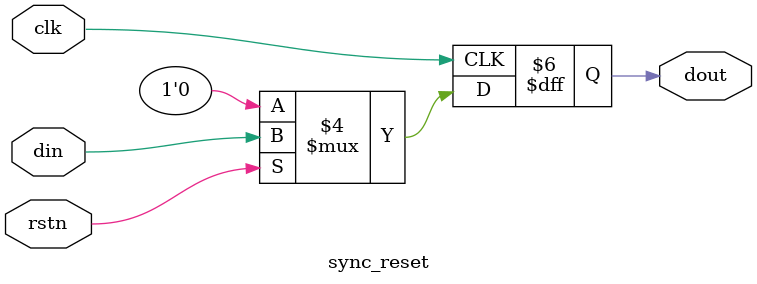
<source format=v>
module sync_reset
(
    input rstn,
    input clk,
    input din,
    output reg dout
);

    always @ (posedge clk) begin
        if (~rstn) begin
            dout <= 1'b0;
        end
        else begin
            dout <= din;
        end
    end

endmodule

</source>
